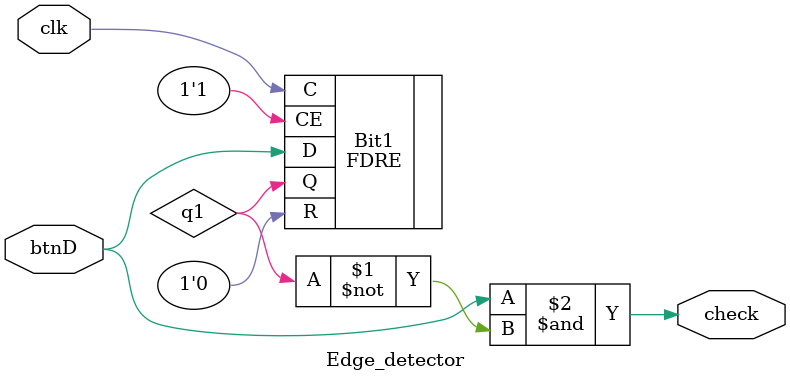
<source format=v>
`timescale 1ns / 1ps

//////////////////////////////////////////////////////////////////////////////////


module Edge_detector(
    input btnD,clk,
    output check
);
    wire q1, q2;
    FDRE #(.INIT(1'b0)) Bit1 (.C(clk), .R(1'b0), .CE(1'b1), .D(btnD), .Q(q1));
   
    //https://electronics.stackexchange.com/questions/165552/rising-edge-pulse-detector-from-logic-gates
    assign check=(btnD & ~q1);//this is going to detect rising/positive edge of this btnD signal
endmodule

</source>
